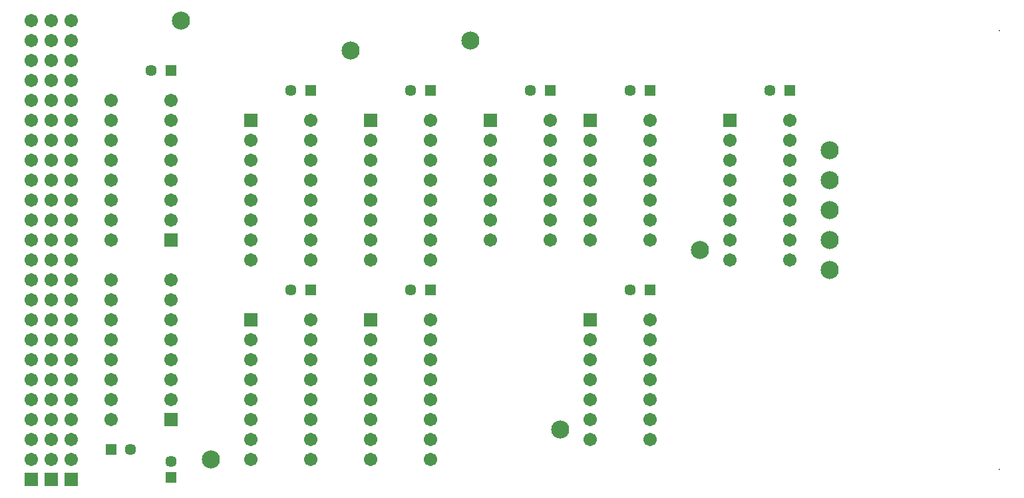
<source format=gbs>
G04*
G04 #@! TF.GenerationSoftware,Altium Limited,Altium Designer,21.9.1 (22)*
G04*
G04 Layer_Color=16711935*
%FSLAX25Y25*%
%MOIN*%
G70*
G04*
G04 #@! TF.SameCoordinates,05254BE6-7D0A-492C-9000-0AB019D18941*
G04*
G04*
G04 #@! TF.FilePolarity,Negative*
G04*
G01*
G75*
%ADD15C,0.06706*%
%ADD16R,0.06706X0.06706*%
%ADD17R,0.05721X0.05721*%
%ADD18C,0.05721*%
%ADD19R,0.05721X0.05721*%
%ADD20C,0.06706*%
%ADD21R,0.06706X0.06706*%
%ADD22C,0.09068*%
%ADD23C,0.00800*%
D15*
X120000Y350000D02*
D03*
Y340000D02*
D03*
Y330000D02*
D03*
Y320000D02*
D03*
Y310000D02*
D03*
Y300000D02*
D03*
Y290000D02*
D03*
Y280000D02*
D03*
Y270000D02*
D03*
Y260000D02*
D03*
Y250000D02*
D03*
Y240000D02*
D03*
Y230000D02*
D03*
Y220000D02*
D03*
Y210000D02*
D03*
Y200000D02*
D03*
Y190000D02*
D03*
Y180000D02*
D03*
Y170000D02*
D03*
Y160000D02*
D03*
Y150000D02*
D03*
Y140000D02*
D03*
Y130000D02*
D03*
X130000Y350000D02*
D03*
Y340000D02*
D03*
Y330000D02*
D03*
Y320000D02*
D03*
Y310000D02*
D03*
Y300000D02*
D03*
Y290000D02*
D03*
Y280000D02*
D03*
Y270000D02*
D03*
Y260000D02*
D03*
Y250000D02*
D03*
Y240000D02*
D03*
Y230000D02*
D03*
Y220000D02*
D03*
Y210000D02*
D03*
Y200000D02*
D03*
Y190000D02*
D03*
Y180000D02*
D03*
Y170000D02*
D03*
Y160000D02*
D03*
Y150000D02*
D03*
Y140000D02*
D03*
Y130000D02*
D03*
X110000Y220000D02*
D03*
Y210000D02*
D03*
Y240000D02*
D03*
Y230000D02*
D03*
Y200000D02*
D03*
Y190000D02*
D03*
Y180000D02*
D03*
Y170000D02*
D03*
Y130000D02*
D03*
Y140000D02*
D03*
Y150000D02*
D03*
Y160000D02*
D03*
Y250000D02*
D03*
Y260000D02*
D03*
Y270000D02*
D03*
Y280000D02*
D03*
Y290000D02*
D03*
Y300000D02*
D03*
Y310000D02*
D03*
Y320000D02*
D03*
Y330000D02*
D03*
Y340000D02*
D03*
Y350000D02*
D03*
D16*
X120000Y120000D02*
D03*
X130000D02*
D03*
X110000D02*
D03*
D17*
X180000Y121063D02*
D03*
D18*
X180000Y128937D02*
D03*
X159843Y135000D02*
D03*
X170158Y325000D02*
D03*
X410157Y215000D02*
D03*
X480158Y315000D02*
D03*
X410157D02*
D03*
X360157D02*
D03*
X300157D02*
D03*
X240158D02*
D03*
Y215000D02*
D03*
X300157D02*
D03*
D19*
X150000Y135000D02*
D03*
X180000Y325000D02*
D03*
X420000Y215000D02*
D03*
X490000Y315000D02*
D03*
X420000D02*
D03*
X370000D02*
D03*
X310000D02*
D03*
X250000D02*
D03*
Y215000D02*
D03*
X310000D02*
D03*
D20*
X460000Y280000D02*
D03*
Y250000D02*
D03*
X490000D02*
D03*
Y280000D02*
D03*
X150000Y310000D02*
D03*
Y300000D02*
D03*
Y290000D02*
D03*
Y280000D02*
D03*
Y270000D02*
D03*
Y260000D02*
D03*
Y250000D02*
D03*
Y240000D02*
D03*
X180000Y310000D02*
D03*
Y300000D02*
D03*
Y290000D02*
D03*
Y280000D02*
D03*
Y270000D02*
D03*
Y260000D02*
D03*
Y250000D02*
D03*
X150000Y220000D02*
D03*
Y210000D02*
D03*
Y200000D02*
D03*
Y190000D02*
D03*
Y180000D02*
D03*
Y170000D02*
D03*
Y160000D02*
D03*
Y150000D02*
D03*
X180000Y220000D02*
D03*
Y210000D02*
D03*
Y200000D02*
D03*
Y190000D02*
D03*
Y180000D02*
D03*
Y170000D02*
D03*
Y160000D02*
D03*
X370000Y240000D02*
D03*
Y270000D02*
D03*
Y250000D02*
D03*
Y280000D02*
D03*
X310000Y230000D02*
D03*
Y240000D02*
D03*
Y250000D02*
D03*
Y260000D02*
D03*
Y270000D02*
D03*
Y280000D02*
D03*
Y290000D02*
D03*
Y300000D02*
D03*
X280000Y230000D02*
D03*
Y240000D02*
D03*
Y250000D02*
D03*
Y260000D02*
D03*
Y270000D02*
D03*
Y280000D02*
D03*
Y290000D02*
D03*
X370000Y260000D02*
D03*
Y290000D02*
D03*
Y300000D02*
D03*
X340000Y240000D02*
D03*
Y250000D02*
D03*
Y260000D02*
D03*
Y270000D02*
D03*
Y280000D02*
D03*
Y290000D02*
D03*
X310000Y130000D02*
D03*
Y140000D02*
D03*
Y150000D02*
D03*
Y160000D02*
D03*
Y170000D02*
D03*
Y180000D02*
D03*
Y190000D02*
D03*
Y200000D02*
D03*
X280000Y130000D02*
D03*
Y140000D02*
D03*
Y150000D02*
D03*
Y160000D02*
D03*
Y170000D02*
D03*
Y180000D02*
D03*
Y190000D02*
D03*
X250000Y130000D02*
D03*
Y140000D02*
D03*
Y150000D02*
D03*
Y160000D02*
D03*
Y170000D02*
D03*
Y180000D02*
D03*
Y190000D02*
D03*
Y200000D02*
D03*
X220000Y130000D02*
D03*
Y140000D02*
D03*
Y150000D02*
D03*
Y160000D02*
D03*
Y170000D02*
D03*
Y180000D02*
D03*
Y190000D02*
D03*
X250000Y230000D02*
D03*
Y240000D02*
D03*
Y250000D02*
D03*
Y260000D02*
D03*
Y270000D02*
D03*
Y280000D02*
D03*
Y290000D02*
D03*
Y300000D02*
D03*
X220000Y230000D02*
D03*
Y240000D02*
D03*
Y250000D02*
D03*
Y260000D02*
D03*
Y270000D02*
D03*
Y280000D02*
D03*
Y290000D02*
D03*
X490000Y270000D02*
D03*
X390000D02*
D03*
Y260000D02*
D03*
Y290000D02*
D03*
X490000Y230000D02*
D03*
Y240000D02*
D03*
Y260000D02*
D03*
Y290000D02*
D03*
Y300000D02*
D03*
X460000Y230000D02*
D03*
Y240000D02*
D03*
Y260000D02*
D03*
Y270000D02*
D03*
Y290000D02*
D03*
X390000Y280000D02*
D03*
Y250000D02*
D03*
Y240000D02*
D03*
X420000Y300000D02*
D03*
Y290000D02*
D03*
Y280000D02*
D03*
Y270000D02*
D03*
Y260000D02*
D03*
Y250000D02*
D03*
Y240000D02*
D03*
X390000Y190000D02*
D03*
Y180000D02*
D03*
Y170000D02*
D03*
Y160000D02*
D03*
Y150000D02*
D03*
Y140000D02*
D03*
X420000Y200000D02*
D03*
Y190000D02*
D03*
Y180000D02*
D03*
Y170000D02*
D03*
Y160000D02*
D03*
Y150000D02*
D03*
Y140000D02*
D03*
D21*
X180000Y240000D02*
D03*
Y150000D02*
D03*
X280000Y300000D02*
D03*
X340000D02*
D03*
X280000Y200000D02*
D03*
X220000D02*
D03*
Y300000D02*
D03*
X390000D02*
D03*
X460000D02*
D03*
X390000Y200000D02*
D03*
D22*
X330000Y340000D02*
D03*
X270000Y335000D02*
D03*
X510000Y225000D02*
D03*
Y285000D02*
D03*
Y270000D02*
D03*
Y255000D02*
D03*
Y240000D02*
D03*
X375000Y145000D02*
D03*
X445000Y235000D02*
D03*
X200000Y130000D02*
D03*
X185000Y350000D02*
D03*
D23*
X595000Y125000D02*
D03*
Y345000D02*
D03*
M02*

</source>
